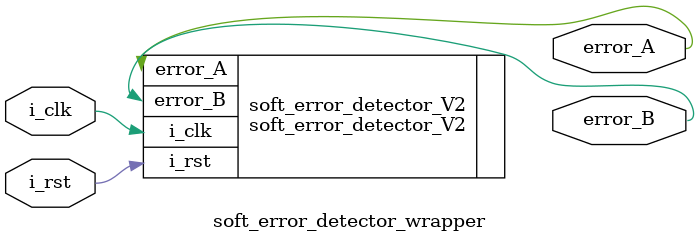
<source format=v>
`timescale 1ns / 1ps


module soft_error_detector_wrapper(
    input   i_clk,      // System clock
    input   i_rst,      // System reset
    //output  o_flk,
    output  error_A,  // 
    output  error_B       // Error signal
    );
    
    parameter origin = "X0Y0";

    (* RLOC_ORIGIN = origin, KEEP = "true" *)
     soft_error_detector_V2  soft_error_detector_V2(
        .i_clk(i_clk),
        .i_rst(i_rst),
        .error_A(error_A),
        .error_B(error_B)
     );


endmodule

</source>
